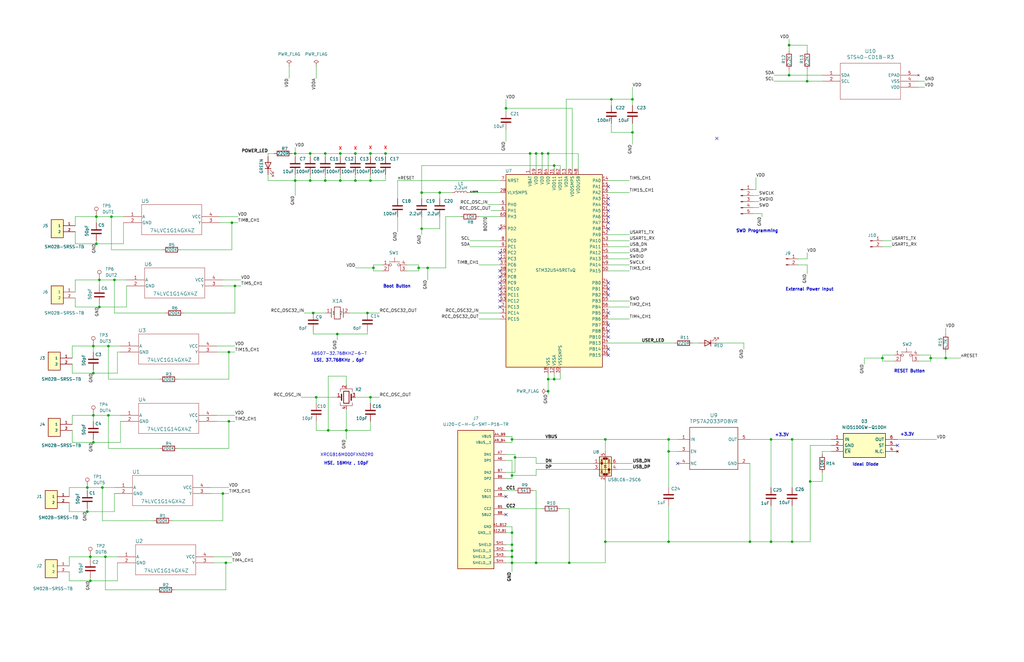
<source format=kicad_sch>
(kicad_sch (version 20231120) (generator "eeschema") (generator_version "8.0")
  (paper "B")
  (title_block (title "Measurement Board") (date "2025-04-12") (rev "V1") (company "Project Work @ Chair of Microsystems, TU Dresden") (comment 1 "This board is primarily used to measure six capacitance values & one Temperature IC") (comment 2 "Data is transfered to BLE board using USART3") (comment 3 "Optional : I2C, SPI, 2 Analog Input") (comment 4 "ADC Pins not Used"))
  (junction (at 96.52 148.59))
  (junction (at 143.51 76.2))
  (junction (at 281.94 190.5))
  (junction (at 281.94 185.42))
  (junction (at 138.43 181.61))
  (junction (at 255.27 185.42))
  (junction (at 124.46 64.77))
  (junction (at 156.21 76.2))
  (junction (at 226.06 237.49))
  (junction (at 332.74 19.05))
  (junction (at 213.36 45.72))
  (junction (at 124.46 76.2))
  (junction (at 156.21 64.77))
  (junction (at 41.91 129.54))
  (junction (at 44.45 234.95))
  (junction (at 215.9 234.95))
  (junction (at 97.79 93.98))
  (junction (at 45.72 175.26))
  (junction (at 96.52 177.8))
  (junction (at 281.94 228.6))
  (junction (at 217.17 193.04))
  (junction (at 162.56 64.77))
  (junction (at 45.72 146.05))
  (junction (at 325.12 185.42))
  (junction (at 215.9 229.87))
  (junction (at 93.98 208.28))
  (junction (at 40.64 91.44))
  (junction (at 177.8 81.28))
  (junction (at 231.14 165.1))
  (junction (at 316.23 228.6))
  (junction (at 398.78 151.13))
  (junction (at 233.68 160.02))
  (junction (at 332.74 31.75))
  (junction (at 223.52 64.77))
  (junction (at 99.06 120.65))
  (junction (at 325.12 228.6))
  (junction (at 132.08 132.08))
  (junction (at 334.01 228.6))
  (junction (at 266.7 41.91))
  (junction (at 39.37 175.26))
  (junction (at 340.36 34.29))
  (junction (at 36.83 205.74))
  (junction (at 38.1 234.95))
  (junction (at 215.9 224.79))
  (junction (at 46.99 91.44))
  (junction (at 215.9 237.49))
  (junction (at 341.63 203.2))
  (junction (at 130.81 76.2))
  (junction (at 48.26 118.11))
  (junction (at 266.7 55.88))
  (junction (at 215.9 200.66))
  (junction (at 180.34 113.03))
  (junction (at 39.37 186.69))
  (junction (at 228.6 64.77))
  (junction (at 215.9 185.42))
  (junction (at 130.81 64.77))
  (junction (at 39.37 146.05))
  (junction (at 240.03 237.49))
  (junction (at 133.35 167.64))
  (junction (at 146.05 181.61))
  (junction (at 41.91 118.11))
  (junction (at 176.53 113.03))
  (junction (at 36.83 215.9))
  (junction (at 257.81 41.91))
  (junction (at 38.1 245.11))
  (junction (at 156.21 167.64))
  (junction (at 372.11 151.13))
  (junction (at 334.01 185.42))
  (junction (at 157.48 113.03))
  (junction (at 95.25 237.49))
  (junction (at 137.16 64.77))
  (junction (at 40.64 102.87))
  (junction (at 185.42 81.28))
  (junction (at 154.94 132.08))
  (junction (at 143.51 64.77))
  (junction (at 39.37 157.48))
  (junction (at 392.43 151.13))
  (junction (at 215.9 232.41))
  (junction (at 233.68 69.85))
  (junction (at 149.86 64.77))
  (junction (at 142.24 140.97))
  (junction (at 137.16 76.2))
  (junction (at 231.14 160.02))
  (junction (at 149.86 76.2))
  (junction (at 255.27 228.6))
  (junction (at 231.14 64.77))
  (junction (at 226.06 64.77))
  (junction (at 177.8 96.52))
  (junction (at 43.18 205.74))
  (no_connect (at 213.36 217.17))
  (no_connect (at 210.82 129.54))
  (no_connect (at 256.54 147.32))
  (no_connect (at 256.54 78.74))
  (no_connect (at 256.54 139.7))
  (no_connect (at 285.75 195.58))
  (no_connect (at 210.82 96.52))
  (no_connect (at 302.26 58.42))
  (no_connect (at 210.82 116.84))
  (no_connect (at 256.54 132.08))
  (no_connect (at 256.54 121.92))
  (no_connect (at 256.54 96.52))
  (no_connect (at 256.54 88.9))
  (no_connect (at 210.82 124.46))
  (no_connect (at 256.54 142.24))
  (no_connect (at 256.54 86.36))
  (no_connect (at 256.54 83.82))
  (no_connect (at 210.82 119.38))
  (no_connect (at 213.36 209.55))
  (no_connect (at 210.82 114.3))
  (no_connect (at 210.82 109.22))
  (no_connect (at 256.54 137.16))
  (no_connect (at 256.54 119.38))
  (no_connect (at 256.54 93.98))
  (no_connect (at 256.54 91.44))
  (no_connect (at 378.46 187.96))
  (no_connect (at 256.54 149.86))
  (no_connect (at 210.82 106.68))
  (no_connect (at 256.54 124.46))
  (no_connect (at 210.82 121.92))
  (no_connect (at 210.82 127))
  (wire (pts (xy 332.74 29.21) (xy 332.74 31.75)))
  (wire (pts (xy 38.1 243.84) (xy 38.1 245.11)))
  (wire (pts (xy 281.94 190.5) (xy 281.94 185.42)))
  (wire (pts (xy 180.34 113.03) (xy 187.96 113.03)))
  (wire (pts (xy 213.36 184.15) (xy 215.9 184.15)))
  (wire (pts (xy 167.64 76.2) (xy 167.64 83.82)))
  (wire (pts (xy 256.54 114.3) (xy 265.43 114.3)))
  (wire (pts (xy 317.5 82.55) (xy 320.04 82.55)))
  (wire (pts (xy 256.54 106.68) (xy 265.43 106.68)))
  (wire (pts (xy 325.12 213.36) (xy 325.12 228.6)))
  (wire (pts (xy 231.14 160.02) (xy 233.68 160.02)))
  (wire (pts (xy 156.21 73.66) (xy 156.21 76.2)))
  (wire (pts (xy 215.9 232.41) (xy 215.9 234.95)))
  (wire (pts (xy 325.12 205.74) (xy 325.12 185.42)))
  (wire (pts (xy 215.9 200.66) (xy 215.9 201.93)))
  (wire (pts (xy 240.03 214.63) (xy 240.03 237.49)))
  (wire (pts (xy 233.68 160.02) (xy 233.68 157.48)))
  (wire (pts (xy 41.91 118.11) (xy 48.26 118.11)))
  (wire (pts (xy 317.5 90.17) (xy 321.31 90.17)))
  (wire (pts (xy 215.9 237.49) (xy 226.06 237.49)))
  (wire (pts (xy 96.52 177.8) (xy 99.06 177.8)))
  (wire (pts (xy 318.77 80.01) (xy 317.5 80.01)))
  (wire (pts (xy 257.81 44.45) (xy 257.81 41.91)))
  (wire (pts (xy 350.52 187.96) (xy 341.63 187.96)))
  (wire (pts (xy 213.36 194.31) (xy 215.9 194.31)))
  (wire (pts (xy 201.93 132.08) (xy 210.82 132.08)))
  (wire (pts (xy 29.21 234.95) (xy 29.21 238.76)))
  (wire (pts (xy 39.37 156.21) (xy 39.37 157.48)))
  (wire (pts (xy 39.37 177.8) (xy 39.37 175.26)))
  (wire (pts (xy 93.98 208.28) (xy 96.52 208.28)))
  (wire (pts (xy 215.9 237.49) (xy 213.36 237.49)))
  (wire (pts (xy 154.94 132.08) (xy 160.02 132.08)))
  (wire (pts (xy 133.35 27.94) (xy 133.35 33.02)))
  (wire (pts (xy 157.48 113.03) (xy 157.48 114.3)))
  (wire (pts (xy 130.81 76.2) (xy 137.16 76.2)))
  (wire (pts (xy 318.77 74.93) (xy 318.77 80.01)))
  (wire (pts (xy 97.79 234.95) (xy 90.17 234.95)))
  (wire (pts (xy 40.64 93.98) (xy 40.64 91.44)))
  (wire (pts (xy 341.63 203.2) (xy 346.71 203.2)))
  (wire (pts (xy 30.48 186.69) (xy 39.37 186.69)))
  (wire (pts (xy 95.25 237.49) (xy 90.17 237.49)))
  (wire (pts (xy 325.12 185.42) (xy 334.01 185.42)))
  (wire (pts (xy 29.21 212.09) (xy 29.21 215.9)))
  (wire (pts (xy 39.37 185.42) (xy 39.37 186.69)))
  (wire (pts (xy 95.25 248.92) (xy 95.25 237.49)))
  (wire (pts (xy 334.01 185.42) (xy 350.52 185.42)))
  (wire (pts (xy 281.94 213.36) (xy 281.94 228.6)))
  (wire (pts (xy 133.35 181.61) (xy 138.43 181.61)))
  (wire (pts (xy 255.27 190.5) (xy 255.27 185.42)))
  (wire (pts (xy 146.05 158.75) (xy 138.43 158.75)))
  (wire (pts (xy 149.86 64.77) (xy 149.86 66.04)))
  (wire (pts (xy 156.21 76.2) (xy 162.56 76.2)))
  (wire (pts (xy 52.07 102.87) (xy 52.07 93.98)))
  (wire (pts (xy 372.11 151.13) (xy 372.11 152.4)))
  (wire (pts (xy 149.86 113.03) (xy 157.48 113.03)))
  (wire (pts (xy 99.06 132.08) (xy 99.06 120.65)))
  (wire (pts (xy 316.23 195.58) (xy 316.23 228.6)))
  (wire (pts (xy 387.35 36.83) (xy 389.89 36.83)))
  (wire (pts (xy 133.35 167.64) (xy 133.35 170.18)))
  (wire (pts (xy 226.06 64.77) (xy 228.6 64.77)))
  (wire (pts (xy 46.99 91.44) (xy 46.99 105.41)))
  (wire (pts (xy 226.06 207.01) (xy 226.06 237.49)))
  (wire (pts (xy 334.01 228.6) (xy 341.63 228.6)))
  (wire (pts (xy 336.55 109.22) (xy 340.36 109.22)))
  (wire (pts (xy 99.06 120.65) (xy 101.6 120.65)))
  (wire (pts (xy 39.37 186.69) (xy 50.8 186.69)))
  (wire (pts (xy 30.48 175.26) (xy 39.37 175.26)))
  (wire (pts (xy 255.27 203.2) (xy 255.27 228.6)))
  (wire (pts (xy 177.8 81.28) (xy 185.42 81.28)))
  (wire (pts (xy 364.49 151.13) (xy 372.11 151.13)))
  (wire (pts (xy 215.9 237.49) (xy 215.9 241.3)))
  (wire (pts (xy 387.35 34.29) (xy 389.89 34.29)))
  (wire (pts (xy 43.18 205.74) (xy 48.26 205.74)))
  (wire (pts (xy 226.06 198.12) (xy 250.19 198.12)))
  (wire (pts (xy 113.03 73.66) (xy 113.03 76.2)))
  (wire (pts (xy 215.9 186.69) (xy 213.36 186.69)))
  (wire (pts (xy 180.34 118.11) (xy 180.34 113.03)))
  (wire (pts (xy 132.08 132.08) (xy 137.16 132.08)))
  (wire (pts (xy 121.92 27.94) (xy 121.92 33.02)))
  (wire (pts (xy 133.35 177.8) (xy 133.35 181.61)))
  (wire (pts (xy 30.48 179.07) (xy 30.48 175.26)))
  (wire (pts (xy 387.35 152.4) (xy 392.43 152.4)))
  (wire (pts (xy 185.42 81.28) (xy 190.5 81.28)))
  (wire (pts (xy 46.99 91.44) (xy 52.07 91.44)))
  (wire (pts (xy 260.35 195.58) (xy 266.7 195.58)))
  (wire (pts (xy 231.14 160.02) (xy 231.14 157.48)))
  (wire (pts (xy 398.78 151.13) (xy 405.13 151.13)))
  (wire (pts (xy 31.75 91.44) (xy 40.64 91.44)))
  (wire (pts (xy 53.34 129.54) (xy 53.34 120.65)))
  (wire (pts (xy 137.16 64.77) (xy 143.51 64.77)))
  (wire (pts (xy 392.43 149.86) (xy 392.43 151.13)))
  (wire (pts (xy 238.76 41.91) (xy 257.81 41.91)))
  (wire (pts (xy 124.46 64.77) (xy 130.81 64.77)))
  (wire (pts (xy 316.23 228.6) (xy 325.12 228.6)))
  (wire (pts (xy 93.98 219.71) (xy 93.98 208.28)))
  (wire (pts (xy 49.53 148.59) (xy 50.8 148.59)))
  (wire (pts (xy 97.79 93.98) (xy 100.33 93.98)))
  (wire (pts (xy 198.12 81.28) (xy 210.82 81.28)))
  (wire (pts (xy 340.36 29.21) (xy 340.36 34.29)))
  (wire (pts (xy 185.42 91.44) (xy 185.42 96.52)))
  (wire (pts (xy 341.63 187.96) (xy 341.63 203.2)))
  (wire (pts (xy 281.94 228.6) (xy 316.23 228.6)))
  (wire (pts (xy 149.86 167.64) (xy 156.21 167.64)))
  (wire (pts (xy 213.36 207.01) (xy 217.17 207.01)))
  (wire (pts (xy 45.72 175.26) (xy 45.72 189.23)))
  (wire (pts (xy 215.9 234.95) (xy 215.9 237.49)))
  (wire (pts (xy 255.27 185.42) (xy 215.9 185.42)))
  (wire (pts (xy 177.8 69.85) (xy 177.8 81.28)))
  (wire (pts (xy 372.11 149.86) (xy 372.11 151.13)))
  (wire (pts (xy 176.53 113.03) (xy 180.34 113.03)))
  (wire (pts (xy 124.46 76.2) (xy 130.81 76.2)))
  (wire (pts (xy 137.16 76.2) (xy 143.51 76.2)))
  (wire (pts (xy 99.06 175.26) (xy 91.44 175.26)))
  (wire (pts (xy 29.21 234.95) (xy 38.1 234.95)))
  (wire (pts (xy 187.96 91.44) (xy 187.96 113.03)))
  (wire (pts (xy 142.24 140.97) (xy 154.94 140.97)))
  (wire (pts (xy 41.91 129.54) (xy 53.34 129.54)))
  (wire (pts (xy 372.11 152.4) (xy 377.19 152.4)))
  (wire (pts (xy 213.36 45.72) (xy 213.36 46.99)))
  (wire (pts (xy 334.01 185.42) (xy 334.01 205.74)))
  (wire (pts (xy 113.03 64.77) (xy 113.03 66.04)))
  (wire (pts (xy 217.17 193.04) (xy 217.17 191.77)))
  (wire (pts (xy 147.32 132.08) (xy 154.94 132.08)))
  (wire (pts (xy 256.54 144.78) (xy 284.48 144.78)))
  (wire (pts (xy 124.46 62.23) (xy 124.46 64.77)))
  (wire (pts (xy 236.22 160.02) (xy 233.68 160.02)))
  (wire (pts (xy 321.31 90.17) (xy 321.31 91.44)))
  (wire (pts (xy 130.81 64.77) (xy 137.16 64.77)))
  (wire (pts (xy 149.86 76.2) (xy 156.21 76.2)))
  (wire (pts (xy 226.06 193.04) (xy 226.06 195.58)))
  (wire (pts (xy 143.51 76.2) (xy 149.86 76.2)))
  (wire (pts (xy 340.36 19.05) (xy 340.36 21.59)))
  (wire (pts (xy 132.08 139.7) (xy 132.08 140.97)))
  (wire (pts (xy 201.93 134.62) (xy 210.82 134.62)))
  (wire (pts (xy 241.3 45.72) (xy 241.3 71.12)))
  (wire (pts (xy 205.74 86.36) (xy 210.82 86.36)))
  (wire (pts (xy 231.14 64.77) (xy 243.84 64.77)))
  (wire (pts (xy 161.29 111.76) (xy 157.48 111.76)))
  (wire (pts (xy 256.54 99.06) (xy 265.43 99.06)))
  (wire (pts (xy 48.26 215.9) (xy 48.26 208.28)))
  (wire (pts (xy 215.9 222.25) (xy 215.9 224.79)))
  (wire (pts (xy 31.75 95.25) (xy 31.75 91.44)))
  (wire (pts (xy 154.94 139.7) (xy 154.94 140.97)))
  (wire (pts (xy 213.36 191.77) (xy 217.17 191.77)))
  (wire (pts (xy 31.75 102.87) (xy 40.64 102.87)))
  (wire (pts (xy 238.76 41.91) (xy 238.76 71.12)))
  (wire (pts (xy 226.06 200.66) (xy 226.06 198.12)))
  (wire (pts (xy 176.53 113.03) (xy 176.53 114.3)))
  (wire (pts (xy 100.33 91.44) (xy 92.71 91.44)))
  (wire (pts (xy 45.72 175.26) (xy 50.8 175.26)))
  (wire (pts (xy 99.06 120.65) (xy 93.98 120.65)))
  (wire (pts (xy 256.54 134.62) (xy 265.43 134.62)))
  (wire (pts (xy 256.54 127) (xy 265.43 127)))
  (wire (pts (xy 255.27 185.42) (xy 281.94 185.42)))
  (wire (pts (xy 231.14 165.1) (xy 231.14 160.02)))
  (wire (pts (xy 378.46 185.42) (xy 394.97 185.42)))
  (wire (pts (xy 38.1 236.22) (xy 38.1 234.95)))
  (wire (pts (xy 177.8 81.28) (xy 177.8 83.82)))
  (wire (pts (xy 226.06 64.77) (xy 226.06 71.12)))
  (wire (pts (xy 217.17 193.04) (xy 226.06 193.04)))
  (wire (pts (xy 256.54 81.28) (xy 265.43 81.28)))
  (wire (pts (xy 340.36 34.29) (xy 346.71 34.29)))
  (wire (pts (xy 45.72 146.05) (xy 50.8 146.05)))
  (wire (pts (xy 99.06 146.05) (xy 91.44 146.05)))
  (wire (pts (xy 256.54 76.2) (xy 265.43 76.2)))
  (wire (pts (xy 95.25 237.49) (xy 97.79 237.49)))
  (wire (pts (xy 31.75 129.54) (xy 41.91 129.54)))
  (wire (pts (xy 215.9 229.87) (xy 215.9 232.41)))
  (wire (pts (xy 74.93 189.23) (xy 96.52 189.23)))
  (wire (pts (xy 346.71 203.2) (xy 346.71 199.39)))
  (wire (pts (xy 146.05 162.56) (xy 146.05 158.75)))
  (wire (pts (xy 215.9 224.79) (xy 213.36 224.79)))
  (wire (pts (xy 156.21 167.64) (xy 160.02 167.64)))
  (wire (pts (xy 77.47 132.08) (xy 99.06 132.08)))
  (wire (pts (xy 41.91 128.27) (xy 41.91 129.54)))
  (wire (pts (xy 217.17 199.39) (xy 217.17 193.04)))
  (wire (pts (xy 233.68 71.12) (xy 233.68 69.85)))
  (wire (pts (xy 257.81 55.88) (xy 266.7 55.88)))
  (wire (pts (xy 326.39 31.75) (xy 332.74 31.75)))
  (wire (pts (xy 96.52 148.59) (xy 91.44 148.59)))
  (wire (pts (xy 266.7 55.88) (xy 266.7 52.07)))
  (wire (pts (xy 30.48 151.13) (xy 30.48 146.05)))
  (wire (pts (xy 332.74 21.59) (xy 332.74 19.05)))
  (wire (pts (xy 29.21 245.11) (xy 38.1 245.11)))
  (wire (pts (xy 198.12 104.14) (xy 210.82 104.14)))
  (wire (pts (xy 236.22 69.85) (xy 236.22 71.12)))
  (wire (pts (xy 146.05 172.72) (xy 146.05 181.61)))
  (wire (pts (xy 96.52 160.02) (xy 96.52 148.59)))
  (wire (pts (xy 36.83 205.74) (xy 36.83 207.01)))
  (wire (pts (xy 40.64 91.44) (xy 46.99 91.44)))
  (wire (pts (xy 138.43 158.75) (xy 138.43 181.61)))
  (wire (pts (xy 149.86 64.77) (xy 156.21 64.77)))
  (wire (pts (xy 142.24 143.51) (xy 142.24 140.97)))
  (wire (pts (xy 96.52 189.23) (xy 96.52 177.8)))
  (wire (pts (xy 336.55 111.76) (xy 340.36 111.76)))
  (wire (pts (xy 243.84 71.12) (xy 243.84 64.77)))
  (wire (pts (xy 350.52 190.5) (xy 346.71 190.5)))
  (wire (pts (xy 228.6 64.77) (xy 228.6 71.12)))
  (wire (pts (xy 256.54 104.14) (xy 265.43 104.14)))
  (wire (pts (xy 215.9 184.15) (xy 215.9 185.42)))
  (wire (pts (xy 29.21 241.3) (xy 29.21 245.11)))
  (wire (pts (xy 340.36 106.68) (xy 340.36 109.22)))
  (wire (pts (xy 171.45 111.76) (xy 176.53 111.76)))
  (wire (pts (xy 156.21 64.77) (xy 156.21 66.04)))
  (wire (pts (xy 157.48 111.76) (xy 157.48 113.03)))
  (wire (pts (xy 372.11 104.14) (xy 375.92 104.14)))
  (wire (pts (xy 256.54 129.54) (xy 265.43 129.54)))
  (wire (pts (xy 326.39 34.29) (xy 340.36 34.29)))
  (wire (pts (xy 130.81 73.66) (xy 130.81 76.2)))
  (wire (pts (xy 49.53 245.11) (xy 49.53 237.49)))
  (wire (pts (xy 133.35 167.64) (xy 142.24 167.64)))
  (wire (pts (xy 224.79 207.01) (xy 226.06 207.01)))
  (wire (pts (xy 260.35 198.12) (xy 266.7 198.12)))
  (wire (pts (xy 313.69 144.78) (xy 313.69 147.32)))
  (wire (pts (xy 156.21 167.64) (xy 156.21 170.18)))
  (wire (pts (xy 236.22 157.48) (xy 236.22 160.02)))
  (wire (pts (xy 332.74 31.75) (xy 346.71 31.75)))
  (wire (pts (xy 45.72 160.02) (xy 67.31 160.02)))
  (wire (pts (xy 93.98 208.28) (xy 88.9 208.28)))
  (wire (pts (xy 213.36 41.91) (xy 213.36 45.72)))
  (wire (pts (xy 213.36 214.63) (xy 228.6 214.63)))
  (wire (pts (xy 372.11 101.6) (xy 375.92 101.6)))
  (wire (pts (xy 266.7 55.88) (xy 266.7 60.96)))
  (wire (pts (xy 167.64 76.2) (xy 210.82 76.2)))
  (wire (pts (xy 201.93 91.44) (xy 210.82 91.44)))
  (wire (pts (xy 392.43 151.13) (xy 398.78 151.13)))
  (wire (pts (xy 156.21 64.77) (xy 162.56 64.77)))
  (wire (pts (xy 213.36 222.25) (xy 215.9 222.25)))
  (wire (pts (xy 256.54 111.76) (xy 265.43 111.76)))
  (wire (pts (xy 30.48 146.05) (xy 39.37 146.05)))
  (wire (pts (xy 43.18 205.74) (xy 43.18 219.71)))
  (wire (pts (xy 45.72 189.23) (xy 67.31 189.23)))
  (wire (pts (xy 387.35 149.86) (xy 392.43 149.86)))
  (wire (pts (xy 128.27 132.08) (xy 132.08 132.08)))
  (wire (pts (xy 96.52 205.74) (xy 88.9 205.74)))
  (wire (pts (xy 157.48 114.3) (xy 161.29 114.3)))
  (wire (pts (xy 346.71 190.5) (xy 346.71 191.77)))
  (wire (pts (xy 167.64 91.44) (xy 167.64 97.79)))
  (wire (pts (xy 162.56 73.66) (xy 162.56 76.2)))
  (wire (pts (xy 364.49 151.13) (xy 364.49 153.67)))
  (wire (pts (xy 257.81 41.91) (xy 266.7 41.91)))
  (wire (pts (xy 226.06 237.49) (xy 240.03 237.49)))
  (wire (pts (xy 41.91 120.65) (xy 41.91 118.11)))
  (wire (pts (xy 137.16 76.2) (xy 137.16 73.66)))
  (wire (pts (xy 281.94 205.74) (xy 281.94 190.5)))
  (wire (pts (xy 213.36 54.61) (xy 213.36 59.69)))
  (wire (pts (xy 44.45 234.95) (xy 44.45 248.92)))
  (wire (pts (xy 74.93 160.02) (xy 96.52 160.02)))
  (wire (pts (xy 317.5 85.09) (xy 320.04 85.09)))
  (wire (pts (xy 31.75 118.11) (xy 31.75 123.19)))
  (wire (pts (xy 30.48 153.67) (xy 30.48 157.48)))
  (wire (pts (xy 124.46 73.66) (xy 124.46 76.2)))
  (wire (pts (xy 40.64 101.6) (xy 40.64 102.87)))
  (wire (pts (xy 132.08 140.97) (xy 142.24 140.97)))
  (wire (pts (xy 198.12 101.6) (xy 210.82 101.6)))
  (wire (pts (xy 31.75 125.73) (xy 31.75 129.54)))
  (wire (pts (xy 30.48 157.48) (xy 39.37 157.48)))
  (wire (pts (xy 187.96 91.44) (xy 194.31 91.44)))
  (wire (pts (xy 294.64 144.78) (xy 292.1 144.78)))
  (wire (pts (xy 340.36 111.76) (xy 340.36 115.57)))
  (wire (pts (xy 50.8 186.69) (xy 50.8 177.8)))
  (wire (pts (xy 185.42 81.28) (xy 185.42 83.82)))
  (wire (pts (xy 228.6 64.77) (xy 231.14 64.77)))
  (wire (pts (xy 138.43 181.61) (xy 146.05 181.61)))
  (wire (pts (xy 143.51 64.77) (xy 149.86 64.77)))
  (wire (pts (xy 36.83 215.9) (xy 48.26 215.9)))
  (wire (pts (xy 124.46 64.77) (xy 124.46 66.04)))
  (wire (pts (xy 215.9 194.31) (xy 215.9 200.66)))
  (wire (pts (xy 127 167.64) (xy 133.35 167.64)))
  (wire (pts (xy 123.19 64.77) (xy 124.46 64.77)))
  (wire (pts (xy 231.14 166.37) (xy 231.14 165.1)))
  (wire (pts (xy 213.36 232.41) (xy 215.9 232.41)))
  (wire (pts (xy 256.54 101.6) (xy 265.43 101.6)))
  (wire (pts (xy 207.01 88.9) (xy 210.82 88.9)))
  (wire (pts (xy 176.53 111.76) (xy 176.53 113.03)))
  (wire (pts (xy 332.74 16.51) (xy 332.74 19.05)))
  (wire (pts (xy 156.21 181.61) (xy 146.05 181.61)))
  (wire (pts (xy 72.39 219.71) (xy 93.98 219.71)))
  (wire (pts (xy 281.94 185.42) (xy 285.75 185.42)))
  (wire (pts (xy 44.45 248.92) (xy 66.04 248.92)))
  (wire (pts (xy 143.51 64.77) (xy 143.51 66.04)))
  (wire (pts (xy 36.83 205.74) (xy 43.18 205.74)))
  (wire (pts (xy 215.9 185.42) (xy 215.9 186.69)))
  (wire (pts (xy 39.37 157.48) (xy 49.53 157.48)))
  (wire (pts (xy 325.12 228.6) (xy 334.01 228.6)))
  (wire (pts (xy 124.46 76.2) (xy 124.46 82.55)))
  (wire (pts (xy 316.23 185.42) (xy 325.12 185.42)))
  (wire (pts (xy 39.37 146.05) (xy 45.72 146.05)))
  (wire (pts (xy 177.8 69.85) (xy 233.68 69.85)))
  (wire (pts (xy 255.27 237.49) (xy 240.03 237.49)))
  (wire (pts (xy 48.26 118.11) (xy 48.26 132.08)))
  (wire (pts (xy 39.37 175.26) (xy 45.72 175.26)))
  (wire (pts (xy 39.37 148.59) (xy 39.37 146.05)))
  (wire (pts (xy 392.43 151.13) (xy 392.43 152.4)))
  (wire (pts (xy 377.19 149.86) (xy 372.11 149.86)))
  (wire (pts (xy 31.75 97.79) (xy 31.75 102.87)))
  (wire (pts (xy 398.78 148.59) (xy 398.78 151.13)))
  (wire (pts (xy 256.54 109.22) (xy 265.43 109.22)))
  (wire (pts (xy 137.16 64.77) (xy 137.16 66.04)))
  (wire (pts (xy 30.48 181.61) (xy 30.48 186.69)))
  (wire (pts (xy 255.27 228.6) (xy 255.27 237.49)))
  (wire (pts (xy 46.99 105.41) (xy 68.58 105.41)))
  (wire (pts (xy 177.8 96.52) (xy 185.42 96.52)))
  (wire (pts (xy 45.72 146.05) (xy 45.72 160.02)))
  (wire (pts (xy 44.45 234.95) (xy 49.53 234.95)))
  (wire (pts (xy 29.21 205.74) (xy 36.83 205.74)))
  (wire (pts (xy 317.5 87.63) (xy 320.04 87.63)))
  (wire (pts (xy 73.66 248.92) (xy 95.25 248.92)))
  (wire (pts (xy 213.36 45.72) (xy 241.3 45.72)))
  (wire (pts (xy 76.2 105.41) (xy 97.79 105.41)))
  (wire (pts (xy 313.69 144.78) (xy 302.26 144.78)))
  (wire (pts (xy 96.52 148.59) (xy 99.06 148.59)))
  (wire (pts (xy 48.26 118.11) (xy 53.34 118.11)))
  (wire (pts (xy 281.94 190.5) (xy 285.75 190.5)))
  (wire (pts (xy 36.83 214.63) (xy 36.83 215.9)))
  (wire (pts (xy 215.9 201.93) (xy 213.36 201.93)))
  (wire (pts (xy 149.86 73.66) (xy 149.86 76.2)))
  (wire (pts (xy 226.06 64.77) (xy 223.52 64.77)))
  (wire (pts (xy 29.21 215.9) (xy 36.83 215.9)))
  (wire (pts (xy 213.36 229.87) (xy 215.9 229.87)))
  (wire (pts (xy 231.14 71.12) (xy 231.14 64.77)))
  (wire (pts (xy 48.26 132.08) (xy 69.85 132.08)))
  (wire (pts (xy 177.8 91.44) (xy 177.8 96.52)))
  (wire (pts (xy 213.36 199.39) (xy 217.17 199.39)))
  (wire (pts (xy 162.56 64.77) (xy 223.52 64.77)))
  (wire (pts (xy 162.56 64.77) (xy 162.56 66.04)))
  (wire (pts (xy 40.64 102.87) (xy 52.07 102.87)))
  (wire (pts (xy 226.06 195.58) (xy 250.19 195.58)))
  (wire (pts (xy 101.6 118.11) (xy 93.98 118.11)))
  (wire (pts (xy 177.8 96.52) (xy 177.8 99.06)))
  (wire (pts (xy 236.22 69.85) (xy 233.68 69.85)))
  (wire (pts (xy 29.21 205.74) (xy 29.21 209.55)))
  (wire (pts (xy 49.53 157.48) (xy 49.53 148.59)))
  (wire (pts (xy 201.93 111.76) (xy 210.82 111.76)))
  (wire (pts (xy 31.75 118.11) (xy 41.91 118.11)))
  (wire (pts (xy 176.53 114.3) (xy 171.45 114.3)))
  (wire (pts (xy 266.7 36.83) (xy 266.7 41.91)))
  (wire (pts (xy 97.79 105.41) (xy 97.79 93.98)))
  (wire (pts (xy 113.03 76.2) (xy 124.46 76.2)))
  (wire (pts (xy 215.9 200.66) (xy 226.06 200.66)))
  (wire (pts (xy 257.81 52.07) (xy 257.81 55.88)))
  (wire (pts (xy 113.03 64.77) (xy 115.57 64.77)))
  (wire (pts (xy 143.51 73.66) (xy 143.51 76.2)))
  (wire (pts (xy 334.01 213.36) (xy 334.01 228.6)))
  (wire (pts (xy 38.1 234.95) (xy 44.45 234.95)))
  (wire (pts (xy 266.7 41.91) (xy 266.7 44.45)))
  (wire (pts (xy 236.22 214.63) (xy 240.03 214.63)))
  (wire (pts (xy 341.63 203.2) (xy 341.63 228.6)))
  (wire (pts (xy 215.9 224.79) (xy 215.9 229.87)))
  (wire (pts (xy 130.81 66.04) (xy 130.81 64.77)))
  (wire (pts (xy 213.36 234.95) (xy 215.9 234.95)))
  (wire (pts (xy 332.74 19.05) (xy 340.36 19.05)))
  (wire (pts (xy 146.05 181.61) (xy 146.05 185.42)))
  (wire (pts (xy 38.1 245.11) (xy 49.53 245.11)))
  (wire (pts (xy 255.27 228.6) (xy 281.94 228.6)))
  (wire (pts (xy 97.79 93.98) (xy 92.71 93.98)))
  (wire (pts (xy 223.52 64.77) (xy 223.52 71.12)))
  (wire (pts (xy 398.78 138.43) (xy 398.78 140.97)))
  (wire (pts (xy 156.21 177.8) (xy 156.21 181.61)))
  (wire (pts (xy 43.18 219.71) (xy 64.77 219.71)))
  (wire (pts (xy 96.52 177.8) (xy 91.44 177.8)))
  (text "X" (at 162.56 62.484 0) (effects (font (size 1.27 1.27) (thickness 0.254) (bold yes))))
  (text "X" (at 156.21 62.484 0) (effects (font (size 1.27 1.27) (thickness 0.254) (bold yes))))
  (text "HSE, 16MHz , 10pF\n\n" (at 146.05 196.596 0) (effects (font (size 1.27 1.27) (thickness 0.254) (bold yes))))
  (text "External Power Input\n" (at 341.376 122.174 0) (effects (font (size 1.27 1.27) (thickness 0.254) (bold yes))))
  (text "SWD Programming\n" (at 319.278 97.536 0) (effects (font (size 1.27 1.27) (thickness 0.254) (bold yes))))
  (text "+3.3V\n" (at 329.692 183.642 0) (effects (font (size 1.27 1.27) (thickness 0.254) (bold yes))))
  (text "X" (at 149.86 62.738 0) (effects (font (size 1.27 1.27) (thickness 0.254) (bold yes))))
  (text "Ideal Diode\n" (at 364.998 196.088 0) (effects (font (size 1.27 1.27) (thickness 0.254) (bold yes))))
  (text "+3.3V\n" (at 382.524 183.388 0) (effects (font (size 1.27 1.27) (thickness 0.254) (bold yes))))
  (text "LSE, 37.768KHz , 6pF\n\n" (at 143.002 153.162 0) (effects (font (size 1.27 1.27) (thickness 0.254) (bold yes))))
  (text "X" (at 143.51 62.738 0) (effects (font (size 1.27 1.27) (thickness 0.254) (bold yes))))
  (text "XRCGB16M000FXN02R0" (at 146.304 192.024 0) (effects (font (size 1.27 1.27))))
  (text "Boot Button" (at 167.386 120.904 0) (effects (font (size 1.27 1.27) (thickness 0.254) (bold yes))))
  (text "RESET Button" (at 383.54 156.718 0) (effects (font (size 1.27 1.27) (thickness 0.254) (bold yes))))
  (text "ABS07-32.768KHZ-6-T" (at 143.002 149.352 0) (effects (font (size 1.27 1.27))))
  (label "GND" (at 40.64 102.87 270))
  (label "RCC_OSC_IN" (at 205.74 86.36 180))
  (label "RCC_OSC32_OUT" (at 160.02 132.08 0))
  (label "SWDIO" (at 320.04 85.09 0))
  (label "TIM8_CH1" (at 100.33 93.98 0))
  (label "TIM4_CH1" (at 97.79 237.49 0))
  (label "GND" (at 146.05 185.42 270))
  (label "USER_LED" (at 270.51 144.78 0) (effects (font (thickness 0.254) (bold yes))))
  (label "GND" (at 180.34 118.11 270))
  (label "GND" (at 39.37 157.48 270))
  (label "VDDA" (at 133.35 33.02 270))
  (label "SCL" (at 326.39 34.29 180))
  (label "RCC_OSC_IN" (at 127 167.64 180))
  (label "SWO" (at 320.04 87.63 0))
  (label "TIM3_CH1" (at 96.52 208.28 0))
  (label "TIM2_CH1" (at 99.06 177.8 0))
  (label "SWCLK" (at 265.43 111.76 0))
  (label "TIM8_CH1" (at 201.93 111.76 180))
  (label "GND" (at 36.83 215.9 270))
  (label "GND" (at 142.24 143.51 270))
  (label "GND" (at 39.37 186.69 270))
  (label "VDD" (at 266.7 36.83 0))
  (label "VDD" (at 101.6 118.11 0))
  (label "DN" (at 229.87 195.58 0) (effects (font (thickness 0.254) (bold yes))))
  (label "GND" (at 124.46 82.55 270))
  (label "VDD" (at 100.33 91.44 0))
  (label "TIM5_CH1" (at 265.43 76.2 0))
  (label "CC1" (at 213.36 207.01 0) (effects (font (thickness 0.254) (bold yes))))
  (label "USART1_TX" (at 375.92 101.6 0))
  (label "SCL" (at 198.12 101.6 180))
  (label "GND" (at 177.8 99.06 270))
  (label "TIM5_CH1" (at 101.6 120.65 0))
  (label "RCC_OSC32_OUT" (at 201.93 134.62 180))
  (label "GND" (at 38.1 245.11 270))
  (label "GND" (at 340.36 115.57 270))
  (label "VDD" (at 97.79 234.95 0))
  (label "VDD" (at 398.78 138.43 0))
  (label "TIM2_CH1" (at 265.43 129.54 0))
  (label "USB_DP" (at 265.43 106.68 0))
  (label "USB_DP" (at 266.7 198.12 0) (effects (font (thickness 0.254) (bold yes))))
  (label "GND" (at 313.69 147.32 270))
  (label "VDD" (at 389.89 36.83 0))
  (label "USART1_RX" (at 265.43 101.6 0))
  (label "GND" (at 213.36 59.69 270))
  (label "nRESET" (at 167.64 76.2 0))
  (label "BOOT0" (at 205.74 91.44 270))
  (label "RCC_OSC_OUT" (at 207.01 88.9 180))
  (label "VDD" (at 213.36 41.91 0))
  (label "VDD" (at 96.52 205.74 0))
  (label "GND" (at 364.49 153.67 270))
  (label "GND" (at 41.91 129.54 270))
  (label "SDA" (at 198.12 104.14 180))
  (label "USB_DN" (at 266.7 195.58 0) (effects (font (thickness 0.254) (bold yes))))
  (label "SWO" (at 265.43 127 0))
  (label "RCC_OSC32_IN" (at 201.93 132.08 180))
  (label "GND" (at 167.64 97.79 270))
  (label "VDD" (at 394.97 185.42 0))
  (label "DP" (at 229.87 198.12 0) (effects (font (thickness 0.254) (bold yes))))
  (label "SWDIO" (at 265.43 109.22 0))
  (label "TIM3_CH1" (at 265.43 114.3 0))
  (label "CC2" (at 213.36 214.63 0) (effects (font (thickness 0.254) (bold yes))))
  (label "VDD" (at 340.36 106.68 0))
  (label "RCC_OSC32_IN" (at 128.27 132.08 180))
  (label "VDD" (at 149.86 113.03 180))
  (label "VDD" (at 99.06 175.26 0))
  (label "GND" (at 215.9 241.3 270) (effects (font (thickness 0.254) (bold yes))))
  (label "VDD" (at 121.92 33.02 270))
  (label "USART1_RX" (at 375.92 104.14 0))
  (label "nRESET" (at 405.13 151.13 0))
  (label "TIM15_CH1" (at 99.06 148.59 0))
  (label "GND" (at 321.31 91.44 270))
  (label "RCC_OSC_OUT" (at 160.02 167.64 0))
  (label "TIM4_CH1" (at 265.43 134.62 0))
  (label "VDD" (at 99.06 146.05 0))
  (label "GND" (at 389.89 34.29 0))
  (label "VDD" (at 318.77 74.93 0))
  (label "GND" (at 231.14 166.37 270))
  (label "TIM15_CH1" (at 265.43 81.28 0))
  (label "SWCLK" (at 320.04 82.55 0))
  (label "VLXSMPS" (at 198.12 81.28 0) (effects (font (size 0.508 0.508))))
  (label "POWER_LED" (at 113.03 64.77 180) (effects (font (thickness 0.254) (bold yes))))
  (label "USB_DN" (at 265.43 104.14 0))
  (label "VDD" (at 332.74 16.51 180))
  (label "VDD" (at 124.46 62.23 0))
  (label "GND" (at 266.7 60.96 270))
  (label "VBUS" (at 229.87 185.42 0) (effects (font (thickness 0.254) (bold yes))))
  (label "USART1_TX" (at 265.43 99.06 0))
  (label "SDA" (at 326.39 31.75 180))
  (symbol (lib_id "Device:R") (at 68.58 219.71 90) (unit 1)
    (property "Reference" "R1" (at 68.58 217.678 90))
    (property "Value" "200K" (at 68.326 219.71 90))
    (property "Footprint" "Resistor_SMD:R_0603_1608Metric" (effects (hide yes)))
    (property "Description" "Resistor" (effects (hide yes)))
  )
  (symbol (lib_id "Device:R") (at 288.29 144.78 270) (unit 1)
    (property "Reference" "R11" (at 286.766 142.494 90) (effects (justify left)))
    (property "Value" "220R" (at 285.75 144.78 90) (effects (justify left)))
    (property "Footprint" "Resistor_SMD:R_0603_1608Metric" (effects (hide yes)))
    (property "Description" "Resistor" (effects (hide yes)))
  )
  (symbol (lib_id "Device:R") (at 119.38 64.77 90) (unit 1)
    (property "Reference" "R7" (at 121.412 62.738 90) (effects (justify left)))
    (property "Value" "220R" (at 121.92 64.77 90) (effects (justify left)))
    (property "Footprint" "Resistor_SMD:R_0603_1608Metric" (effects (hide yes)))
    (property "Description" "Resistor" (effects (hide yes)))
  )
  (symbol (lib_id "Device:C") (at 137.16 69.85 0) (unit 1)
    (property "Reference" "C11" (at 138.938 67.056 0) (effects (justify left)))
    (property "Value" "100nF" (at 131.064 72.39 0) (effects (justify left)))
    (property "Footprint" "Capacitor_SMD:C_0603_1608Metric" (effects (hide yes)))
    (property "Description" "Unpolarized capacitor" (effects (hide yes)))
  )
  (symbol (lib_id "Power_Protection:USBLC6-2SC6") (at 255.27 195.58 0) (unit 1)
    (property "Reference" "U8" (at 249.936 190.754 0) (effects (justify left)))
    (property "Value" "USBLC6-2SC6" (at 256.286 202.438 0) (effects (justify left)))
    (property "Footprint" "Package_TO_SOT_SMD:SOT-23-6" (effects (hide yes)))
    (property "Datasheet" "https://www.st.com/resource/en/datasheet/usblc6-2.pdf" (effects (hide yes)))
    (property "Description" "Very low capacitance ESD protection diode, 2 data-line, SOT-23-6" (effects (hide yes)))
  )
  (symbol (lib_id "Connector:Conn_01x02_Pin") (at 367.03 101.6 0) (unit 1)
    (property "Reference" "J10" (at 367.792 99.314 0))
    (property "Value" "Conn_01x02_Pin" (effects (hide yes)))
    (property "Footprint" "Connector_PinHeader_2.54mm:PinHeader_1x02_P2.54mm_Vertical" (effects (hide yes)))
    (property "Description" "Generic connector, single row, 01x02, script generated" (effects (hide yes)))
  )
  (symbol (lib_id "Device:R") (at 346.71 195.58 0) (unit 1)
    (property "Reference" "R14" (at 348.234 195.58 0) (effects (justify left)))
    (property "Value" "10K" (at 346.71 197.612 90) (effects (justify left)))
    (property "Footprint" "Resistor_SMD:R_0603_1608Metric" (effects (hide yes)))
    (property "Description" "Resistor" (effects (hide yes)))
  )
  (symbol (lib_id "Connector:TestPoint") (at 39.37 175.26 0) (unit 1)
    (property "Reference" "TP4" (at 41.91 170.6879 0) (effects (justify left)))
    (property "Value" "DUT4" (at 41.91 173.2279 0) (effects (justify left)))
    (property "Footprint" "TestPoint:TestPoint_Pad_1.0x1.0mm" (effects (hide yes)))
    (property "Description" "test point" (effects (hide yes)))
  )
  (symbol (lib_id "Device:R") (at 71.12 189.23 90) (unit 1)
    (property "Reference" "R4" (at 71.12 187.198 90))
    (property "Value" "200K" (at 71.12 189.23 90))
    (property "Footprint" "Resistor_SMD:R_0603_1608Metric" (effects (hide yes)))
    (property "Description" "Resistor" (effects (hide yes)))
  )
  (symbol (lib_id "power:PWR_FLAG") (at 133.35 27.94 0) (unit 1)
    (property "Reference" "#FLG02" (effects (hide yes)))
    (property "Value" "PWR_FLAG" (at 133.35 22.86 0))
    (property "Description" "Special symbol for telling ERC where power comes from" (effects (hide yes)))
  )
  (symbol (lib_id "Project_Work:74LVC1G14GX4Z") (at 52.07 91.44 0) (unit 1)
    (property "Reference" "U5" (at 61.214 84.836 0) (effects (font (size 1.524 1.524))))
    (property "Value" "74LVC1G14GX4Z" (at 72.644 97.282 0) (effects (font (size 1.524 1.524))))
    (property "Footprint" "Project_Work:X2SON4XP6XP6_NEX" (effects (hide yes)))
    (property "Datasheet" "74LVC1G14GX4Z" (effects (hide yes)))
  )
  (symbol (lib_id "Device:C") (at 124.46 69.85 0) (unit 1)
    (property "Reference" "C7" (at 126.238 67.056 0) (effects (justify left)))
    (property "Value" "10uF" (at 119.126 72.39 0) (effects (justify left)))
    (property "Footprint" "Capacitor_SMD:C_0603_1608Metric" (effects (hide yes)))
    (property "Description" "Unpolarized capacitor" (effects (hide yes)))
  )
  (symbol (lib_id "Device:R") (at 220.98 207.01 90) (unit 1)
    (property "Reference" "R9" (at 221.234 204.724 90))
    (property "Value" "5k1" (at 221.234 207.01 90))
    (property "Footprint" "Resistor_SMD:R_0603_1608Metric" (effects (hide yes)))
    (property "Description" "Resistor" (effects (hide yes)))
  )
  (symbol (lib_id "Device:C") (at 41.91 124.46 0) (unit 1)
    (property "Reference" "C6" (at 42.672 121.666 0) (effects (justify left)))
    (property "Value" "50pF" (at 37.846 126.492 90) (effects (justify left)))
    (property "Footprint" "Capacitor_SMD:C_0603_1608Metric" (effects (hide yes)))
    (property "Description" "Unpolarized capacitor" (effects (hide yes)))
  )
  (symbol (lib_id "Device:R") (at 73.66 132.08 90) (unit 1)
    (property "Reference" "R6" (at 73.66 130.048 90))
    (property "Value" "200K" (at 73.66 132.08 90))
    (property "Footprint" "Resistor_SMD:R_0603_1608Metric" (effects (hide yes)))
    (property "Description" "Resistor" (effects (hide yes)))
  )
  (symbol (lib_id "Device:C") (at 156.21 69.85 0) (unit 1)
    (property "Reference" "C15" (at 157.988 67.056 0) (effects (justify left)))
    (property "Value" "100nF" (at 150.114 72.39 0) (effects (justify left)))
    (property "Footprint" "Capacitor_SMD:C_0603_1608Metric" (effects (hide yes)))
    (property "Description" "Unpolarized capacitor" (effects (hide yes)))
  )
  (symbol (lib_id "Device:R") (at 198.12 91.44 90) (unit 1)
    (property "Reference" "R8" (at 198.374 93.726 90))
    (property "Value" "10K" (at 198.374 91.44 90))
    (property "Footprint" "Resistor_SMD:R_0603_1608Metric" (effects (hide yes)))
    (property "Description" "Resistor" (effects (hide yes)))
  )
  (symbol (lib_id "Connector:TestPoint") (at 41.91 118.11 0) (unit 1)
    (property "Reference" "TP6" (at 44.45 113.5379 0) (effects (justify left)))
    (property "Value" "DUT2" (at 44.45 116.0779 0) (effects (justify left)))
    (property "Footprint" "TestPoint:TestPoint_Pad_1.0x1.0mm" (effects (hide yes)))
    (property "Description" "test point" (effects (hide yes)))
  )
  (symbol (lib_id "Connector:TestPoint") (at 38.1 234.95 0) (unit 1)
    (property "Reference" "TP2" (at 40.64 230.3779 0) (effects (justify left)))
    (property "Value" "DUT6" (at 40.132 232.918 0) (effects (justify left)))
    (property "Footprint" "TestPoint:TestPoint_Pad_1.0x1.0mm" (effects (hide yes)))
    (property "Description" "test point" (effects (hide yes)))
  )
  (symbol (lib_id "Connector:TestPoint") (at 39.37 146.05 0) (unit 1)
    (property "Reference" "TP3" (at 41.91 141.4779 0) (effects (justify left)))
    (property "Value" "DUT3" (at 41.91 144.0179 0) (effects (justify left)))
    (property "Footprint" "TestPoint:TestPoint_Pad_1.0x1.0mm" (effects (hide yes)))
    (property "Description" "test point" (effects (hide yes)))
  )
  (symbol (lib_id "Connector:Conn_01x02_Pin") (at 331.47 109.22 0) (unit 1)
    (property "Reference" "J9" (at 332.232 106.934 0))
    (property "Value" "Conn_01x02_Pin" (effects (hide yes)))
    (property "Footprint" "Connector_PinHeader_2.54mm:PinHeader_1x02_P2.54mm_Vertical" (effects (hide yes)))
    (property "Description" "Generic connector, single row, 01x02, script generated" (effects (hide yes)))
  )
  (symbol (lib_id "Switch:SW_MEC_5E") (at 166.37 114.3 0) (unit 1)
    (property "Reference" "SW1" (at 166.116 106.68 0))
    (property "Value" "SW_MEC_5E" (effects (hide yes)))
    (property "Footprint" "Project_Work:SW4_PTS815 SJM 250 SMTR LFS_CNK" (effects (hide yes)))
    (property "Datasheet" "http://www.apem.com/int/index.php?controller=attachment&id_attachment=1371" (effects (hide yes)))
    (property "Description" "MEC 5E single pole normally-open tactile switch" (effects (hide yes)))
  )
  (symbol (lib_id "Device:R") (at 69.85 248.92 90) (unit 1)
    (property "Reference" "R2" (at 69.85 246.888 90))
    (property "Value" "200K" (at 69.85 248.92 90))
    (property "Footprint" "Resistor_SMD:R_0603_1608Metric" (effects (hide yes)))
    (property "Description" "Resistor" (effects (hide yes)))
  )
  (symbol (lib_id "Device:C") (at 154.94 135.89 0) (unit 1)
    (property "Reference" "C14" (at 156.21 133.35 0) (effects (justify left)))
    (property "Value" "6pF" (at 148.844 138.43 0) (effects (justify left)))
    (property "Footprint" "Capacitor_SMD:C_0603_1608Metric" (effects (hide yes)))
    (property "Description" "Unpolarized capacitor" (effects (hide yes)))
  )
  (symbol (lib_id "Device:L") (at 194.31 81.28 90) (unit 1)
    (property "Reference" "L1" (at 194.31 77.47 90))
    (property "Value" "2.2uH" (at 194.31 79.248 90))
    (property "Footprint" "Inductor_SMD:L_0603_1608Metric" (effects (hide yes)))
    (property "Description" "Inductor" (effects (hide yes)))
  )
  (symbol (lib_id "Project_Work:NID5100GW-Q100H") (at 350.52 185.42 0) (unit 1)
    (property "Reference" "D3" (at 364.49 177.8 0))
    (property "Value" "NID5100GW-Q100H" (at 364.49 180.34 0))
    (property "Footprint" "Project_Work:SOT65P210X110-6N" (effects (hide yes)))
    (property "Datasheet" "https://assets.nexperia.com/documents/data-sheet/NID5100_Q100.pdf" (effects (hide yes)))
    (property "Description" "1.2 V to 5.5 V, 1.5 A input polarity protected, low quiescent current ideal			diode" (effects (hide yes)))
    (property "Height" "1.1" (effects (hide yes)))
    (property "Manufacturer_Name" "Nexperia" (effects (hide yes)))
    (property "Manufacturer_Part_Number" "NID5100GW-Q100H" (effects (hide yes)))
    (property "Mouser Part Number" "771-NID5100GW-Q100H" (effects (hide yes)))
    (property "Mouser Price/Stock" "https://www.mouser.co.uk/ProductDetail/Nexperia/NID5100GW-Q100H?qs=IKkN%2F947nfCjMoJypPGNHg%3D%3D" (effects (hide yes)))
  )
  (symbol (lib_id "Device:C") (at 162.56 69.85 0) (unit 1)
    (property "Reference" "C17" (at 164.338 67.056 0) (effects (justify left)))
    (property "Value" "100nF" (at 156.464 72.39 0) (effects (justify left)))
    (property "Footprint" "Capacitor_SMD:C_0603_1608Metric" (effects (hide yes)))
    (property "Description" "Unpolarized capacitor" (effects (hide yes)))
  )
  (symbol (lib_id "Device:R") (at 332.74 25.4 0) (unit 1)
    (property "Reference" "R12" (at 330.454 26.924 90) (effects (justify left)))
    (property "Value" "2.2K" (at 332.74 27.94 90) (effects (justify left)))
    (property "Footprint" "Resistor_SMD:R_0603_1608Metric" (effects (hide yes)))
    (property "Description" "Resistor" (effects (hide yes)))
  )
  (symbol (lib_id "Connector:TestPoint") (at 36.83 205.74 0) (unit 1)
    (property "Reference" "TP1" (at 39.37 201.1679 0) (effects (justify left)))
    (property "Value" "DUT5" (at 39.37 203.7079 0) (effects (justify left)))
    (property "Footprint" "TestPoint:TestPoint_Pad_1.0x1.0mm" (effects (hide yes)))
    (property "Description" "test point" (effects (hide yes)))
  )
  (symbol (lib_id "Device:C") (at 177.8 87.63 0) (unit 1)
    (property "Reference" "C19" (at 179.578 84.836 0) (effects (justify left)))
    (property "Value" "2.2uF" (at 172.466 90.17 0) (effects (justify left)))
    (property "Footprint" "Capacitor_SMD:C_0603_1608Metric" (effects (hide yes)))
    (property "Description" "Unpolarized capacitor" (effects (hide yes)))
  )
  (symbol (lib_id "Project_Work:SM02B-SRSS-TB_LF__SN_") (at 30.48 184.15 0) (mirror y) (unit 1)
    (property "Reference" "J4" (at 19.05 179.0699 0) (effects (justify left)))
    (property "Value" "SM02B-SRSS-TB" (at 34.29 187.96 0) (effects (justify left)))
    (property "Footprint" "Project_Work:SM02B-SRSS-TB" (effects (hide yes)))
    (property "Description" "SH Series 2 Position 1 mm Pitch Surface Mount Side Entry Shrouded Header" (effects (hide yes)))
    (property "MF" "JST Sales" (effects (hide yes)))
    (property "PACKAGE" "None" (effects (hide yes)))
    (property "PRICE" "0.23 USD" (effects (hide yes)))
    (property "Package" "None" (effects (hide yes)))
    (property "Check_prices" "https://www.snapeda.com/parts/SM02B-SRSS-TB(LF)(SN)/JST/view-part/?ref=eda" (effects (hide yes)))
    (property "Price" "None" (effects (hide yes)))
    (property "SnapEDA_Link" "https://www.snapeda.com/parts/SM02B-SRSS-TB(LF)(SN)/JST/view-part/?ref=snap" (effects (hide yes)))
    (property "MP" "SM02B-SRSS-TB(LF)(SN)" (effects (hide yes)))
    (property "Availability" "In Stock" (effects (hide yes)))
    (property "AVAILABILITY" "Good" (effects (hide yes)))
    (property "Description_1" "\n                        \n                            Connector Header Surface Mount, Right Angle 2 position 0.039 (1.00mm)\n                        \n" (effects (hide yes)))
  )
  (symbol (lib_id "Project_Work:SM02B-SRSS-TB_LF__SN_") (at 31.75 128.27 0) (mirror y) (unit 1)
    (property "Reference" "J6" (at 20.32 123.1899 0) (effects (justify left)))
    (property "Value" "SM02B-SRSS-TB" (at 35.56 132.08 0) (effects (justify left)))
    (property "Footprint" "Project_Work:SM02B-SRSS-TB" (effects (hide yes)))
    (property "Description" "SH Series 2 Position 1 mm Pitch Surface Mount Side Entry Shrouded Header" (effects (hide yes)))
    (property "MF" "JST Sales" (effects (hide yes)))
    (property "PACKAGE" "None" (effects (hide yes)))
    (property "PRICE" "0.23 USD" (effects (hide yes)))
    (property "Package" "None" (effects (hide yes)))
    (property "Check_prices" "https://www.snapeda.com/parts/SM02B-SRSS-TB(LF)(SN)/JST/view-part/?ref=eda" (effects (hide yes)))
    (property "Price" "None" (effects (hide yes)))
    (property "SnapEDA_Link" "https://www.snapeda.com/parts/SM02B-SRSS-TB(LF)(SN)/JST/view-part/?ref=snap" (effects (hide yes)))
    (property "MP" "SM02B-SRSS-TB(LF)(SN)" (effects (hide yes)))
    (property "Availability" "In Stock" (effects (hide yes)))
    (property "AVAILABILITY" "Good" (effects (hide yes)))
    (property "Description_1" "\n                        \n                            Connector Header Surface Mount, Right Angle 2 position 0.039 (1.00mm)\n                        \n" (effects (hide yes)))
  )
  (symbol (lib_id "Project_Work:74LVC1G14GX4Z") (at 53.34 118.11 0) (unit 1)
    (property "Reference" "U6" (at 62.484 111.506 0) (effects (font (size 1.524 1.524))))
    (property "Value" "74LVC1G14GX4Z" (at 73.914 123.952 0) (effects (font (size 1.524 1.524))))
    (property "Footprint" "Project_Work:X2SON4XP6XP6_NEX" (effects (hide yes)))
    (property "Datasheet" "74LVC1G14GX4Z" (effects (hide yes)))
  )
  (symbol (lib_id "Device:Crystal_GND24") (at 146.05 167.64 0) (unit 1)
    (property "Reference" "X2" (at 151.13 164.338 0))
    (property "Value" "Crystal_GND24" (effects (hide yes)))
    (property "Footprint" "Project_Work:ECS-25MHz_XTAL" (effects (hide yes)))
    (property "Description" "Four pin crystal, GND on pins 2 and 4" (effects (hide yes)))
  )
  (symbol (lib_id "Device:C") (at 257.81 48.26 0) (unit 1)
    (property "Reference" "C22" (at 259.588 45.466 0) (effects (justify left)))
    (property "Value" "100nF" (at 251.714 50.8 0) (effects (justify left)))
    (property "Footprint" "Capacitor_SMD:C_0603_1608Metric" (effects (hide yes)))
    (property "Description" "Unpolarized capacitor" (effects (hide yes)))
  )
  (symbol (lib_id "Switch:SW_MEC_5E") (at 382.27 152.4 0) (unit 1)
    (property "Reference" "SW2" (at 382.524 145.288 0))
    (property "Value" "SW_MEC_5E" (effects (hide yes)))
    (property "Footprint" "Project_Work:SW4_PTS815 SJM 250 SMTR LFS_CNK" (effects (hide yes)))
    (property "Datasheet" "http://www.apem.com/int/index.php?controller=attachment&id_attachment=1371" (effects (hide yes)))
    (property "Description" "MEC 5E single pole normally-open tactile switch" (effects (hide yes)))
  )
  (symbol (lib_id "Device:C") (at 133.35 173.99 0) (unit 1)
    (property "Reference" "C10" (at 133.604 171.45 0) (effects (justify left)))
    (property "Value" "10pF" (at 127.254 176.53 0) (effects (justify left)))
    (property "Footprint" "Capacitor_SMD:C_0603_1608Metric" (effects (hide yes)))
    (property "Description" "Unpolarized capacitor" (effects (hide yes)))
  )
  (symbol (lib_id "Device:C") (at 38.1 240.03 0) (unit 1)
    (property "Reference" "C2" (at 38.862 237.236 0) (effects (justify left)))
    (property "Value" "50pF" (at 34.036 242.062 90) (effects (justify left)))
    (property "Footprint" "Capacitor_SMD:C_0603_1608Metric" (effects (hide yes)))
    (property "Description" "Unpolarized capacitor" (effects (hide yes)))
  )
  (symbol (lib_id "Project_Work:SM02B-SRSS-TB_LF__SN_") (at 30.48 156.21 0) (mirror y) (unit 1)
    (property "Reference" "J3" (at 19.05 151.1299 0) (effects (justify left)))
    (property "Value" "SM02B-SRSS-TB" (at 34.29 160.02 0) (effects (justify left)))
    (property "Footprint" "Project_Work:SM02B-SRSS-TB" (effects (hide yes)))
    (property "Description" "SH Series 2 Position 1 mm Pitch Surface Mount Side Entry Shrouded Header" (effects (hide yes)))
    (property "MF" "JST Sales" (effects (hide yes)))
    (property "PACKAGE" "None" (effects (hide yes)))
    (property "PRICE" "0.23 USD" (effects (hide yes)))
    (property "Package" "None" (effects (hide yes)))
    (property "Check_prices" "https://www.snapeda.com/parts/SM02B-SRSS-TB(LF)(SN)/JST/view-part/?ref=eda" (effects (hide yes)))
    (property "Price" "None" (effects (hide yes)))
    (property "SnapEDA_Link" "https://www.snapeda.com/parts/SM02B-SRSS-TB(LF)(SN)/JST/view-part/?ref=snap" (effects (hide yes)))
    (property "MP" "SM02B-SRSS-TB(LF)(SN)" (effects (hide yes)))
    (property "Availability" "In Stock" (effects (hide yes)))
    (property "AVAILABILITY" "Good" (effects (hide yes)))
    (property "Description_1" "\n                        \n                            Connector Header Surface Mount, Right Angle 2 position 0.039 (1.00mm)\n                        \n" (effects (hide yes)))
  )
  (symbol (lib_id "power:PWR_FLAG") (at 121.92 27.94 0) (unit 1)
    (property "Reference" "#FLG01" (effects (hide yes)))
    (property "Value" "PWR_FLAG" (at 121.92 22.86 0))
    (property "Description" "Special symbol for telling ERC where power comes from" (effects (hide yes)))
  )
  (symbol (lib_id "power:PWR_FLAG") (at 231.14 165.1 90) (unit 1)
    (property "Reference" "#FLG03" (effects (hide yes)))
    (property "Value" "PWR_FLAG" (at 227.33 165.0999 90) (effects (justify left)))
    (property "Description" "Special symbol for telling ERC where power comes from" (effects (hide yes)))
  )
  (symbol (lib_id "Project_Work:UJ20-C-H-G-SMT-P16-TR") (at 200.66 204.47 0) (unit 1)
    (property "Reference" "J7" (at 200.66 176.53 0))
    (property "Value" "UJ20-C-H-G-SMT-P16-TR" (at 200.66 179.07 0))
    (property "Footprint" "Project_Work:SAMESKY_UJ20-C-H-G-SMT-P16-TR-USBC-FEMALE" (effects (hide yes)))
    (property "PARTREV" "1.0" (effects (hide yes)))
    (property "STANDARD" "Manufacturer Recommendations" (effects (hide yes)))
    (property "MAXIMUM_PACKAGE_HEIGHT" "3.36mm" (effects (hide yes)))
    (property "MANUFACTURER" "Same Sky" (effects (hide yes)))
  )
  (symbol (lib_id "Device:C") (at 40.64 97.79 0) (unit 1)
    (property "Reference" "C5" (at 41.402 94.996 0) (effects (justify left)))
    (property "Value" "50pF" (at 36.576 99.822 90) (effects (justify left)))
    (property "Footprint" "Capacitor_SMD:C_0603_1608Metric" (effects (hide yes)))
    (property "Description" "Unpolarized capacitor" (effects (hide yes)))
  )
  (symbol (lib_id "MCU_ST_STM32U5:STM32U545RETxQ") (at 233.68 114.3 0) (unit 1)
    (property "Reference" "U7" (at 213.106 72.136 0) (effects (justify left)))
    (property "Value" "STM32U545RETxQ" (at 225.806 114.046 0) (effects (justify left)))
    (property "Footprint" "Package_QFP:LQFP-64_10x10mm_P0.5mm" (effects (hide yes)))
    (property "Datasheet" "https://www.st.com/resource/en/datasheet/stm32u545re.pdf" (effects (hide yes)))
    (property "Description" "STMicroelectronics Arm Cortex-M33 MCU, 512KB flash, 274KB RAM, 47 GPIO, LQFP64" (effects (hide yes)))
  )
  (symbol (lib_id "Connector:TestPoint") (at 40.64 91.44 0) (unit 1)
    (property "Reference" "TP5" (at 43.18 86.8679 0) (effects (justify left)))
    (property "Value" "DUT1" (at 43.18 89.4079 0) (effects (justify left)))
    (property "Footprint" "TestPoint:TestPoint_Pad_1.0x1.0mm" (effects (hide yes)))
    (property "Description" "test point" (effects (hide yes)))
  )
  (symbol (lib_id "Device:R") (at 232.41 214.63 90) (unit 1)
    (property "Reference" "R10" (at 232.41 212.344 90))
    (property "Value" "5k1" (at 232.664 214.63 90))
    (property "Footprint" "Resistor_SMD:R_0603_1608Metric" (effects (hide yes)))
    (property "Description" "Resistor" (effects (hide yes)))
  )
  (symbol (lib_id "Device:C") (at 334.01 209.55 0) (unit 1)
    (property "Reference" "C26" (at 335.28 206.502 0) (effects (justify left)))
    (property "Value" "10uF" (at 328.422 212.09 0) (effects (justify left)))
    (property "Footprint" "Capacitor_SMD:C_0603_1608Metric" (effects (hide yes)))
    (property "Description" "Unpolarized capacitor" (effects (hide yes)))
  )
  (symbol (lib_id "Project_Work:SM02B-SRSS-TB_LF__SN_") (at 29.21 214.63 0) (mirror y) (unit 1)
    (property "Reference" "J1" (at 17.78 209.5499 0) (effects (justify left)))
    (property "Value" "SM02B-SRSS-TB" (at 33.02 218.44 0) (effects (justify left)))
    (property "Footprint" "Project_Work:SM02B-SRSS-TB" (effects (hide yes)))
    (property "Description" "SH Series 2 Position 1 mm Pitch Surface Mount Side Entry Shrouded Header" (effects (hide yes)))
    (property "MF" "JST Sales" (effects (hide yes)))
    (property "PACKAGE" "None" (effects (hide yes)))
    (property "PRICE" "0.23 USD" (effects (hide yes)))
    (property "Package" "None" (effects (hide yes)))
    (property "Check_prices" "https://www.snapeda.com/parts/SM02B-SRSS-TB(LF)(SN)/JST/view-part/?ref=eda" (effects (hide yes)))
    (property "Price" "None" (effects (hide yes)))
    (property "SnapEDA_Link" "https://www.snapeda.com/parts/SM02B-SRSS-TB(LF)(SN)/JST/view-part/?ref=snap" (effects (hide yes)))
    (property "MP" "SM02B-SRSS-TB(LF)(SN)" (effects (hide yes)))
    (property "Availability" "In Stock" (effects (hide yes)))
    (property "AVAILABILITY" "Good" (effects (hide yes)))
    (property "Description_1" "\n                        \n                            Connector Header Surface Mount, Right Angle 2 position 0.039 (1.00mm)\n                        \n" (effects (hide yes)))
  )
  (symbol (lib_id "Project_Work:74LVC1G14GX4Z") (at 49.53 234.95 0) (unit 1)
    (property "Reference" "U2" (at 58.674 228.346 0) (effects (font (size 1.524 1.524))))
    (property "Value" "74LVC1G14GX4Z" (at 70.104 240.792 0) (effects (font (size 1.524 1.524))))
    (property "Footprint" "Project_Work:X2SON4XP6XP6_NEX" (effects (hide yes)))
    (property "Datasheet" "74LVC1G14GX4Z" (effects (hide yes)))
  )
  (symbol (lib_id "Device:C") (at 156.21 173.99 0) (unit 1)
    (property "Reference" "C16" (at 156.972 171.45 0) (effects (justify left)))
    (property "Value" "10pF" (at 150.114 176.53 0) (effects (justify left)))
    (property "Footprint" "Capacitor_SMD:C_0603_1608Metric" (effects (hide yes)))
    (property "Description" "Unpolarized capacitor" (effects (hide yes)))
  )
  (symbol (lib_id "Device:C") (at 39.37 152.4 0) (unit 1)
    (property "Reference" "C3" (at 40.132 149.606 0) (effects (justify left)))
    (property "Value" "50pF" (at 35.306 154.432 90) (effects (justify left)))
    (property "Footprint" "Capacitor_SMD:C_0603_1608Metric" (effects (hide yes)))
    (property "Description" "Unpolarized capacitor" (effects (hide yes)))
  )
  (symbol (lib_id "Device:LED") (at 298.45 144.78 180) (unit 1)
    (property "Reference" "D2" (effects (hide yes)))
    (property "Value" "RED" (at 303.022 145.796 0))
    (property "Footprint" "LED_SMD:LED_0603_1608Metric" (effects (hide yes)))
    (property "Description" "Light emitting diode" (effects (hide yes)))
  )
  (symbol (lib_id "Device:C") (at 185.42 87.63 0) (unit 1)
    (property "Reference" "C20" (at 187.198 84.836 0) (effects (justify left)))
    (property "Value" "2.2uF" (at 180.086 90.17 0) (effects (justify left)))
    (property "Footprint" "Capacitor_SMD:C_0603_1608Metric" (effects (hide yes)))
    (property "Description" "Unpolarized capacitor" (effects (hide yes)))
  )
  (symbol (lib_id "Device:C") (at 132.08 135.89 0) (unit 1)
    (property "Reference" "C9" (at 133.096 133.858 0) (effects (justify left)))
    (property "Value" "6pF" (at 125.984 138.43 0) (effects (justify left)))
    (property "Footprint" "Capacitor_SMD:C_0603_1608Metric" (effects (hide yes)))
    (property "Description" "Unpolarized capacitor" (effects (hide yes)))
  )
  (symbol (lib_id "Project_Work:TPS7A2033PDBVR") (at 285.75 185.42 0) (unit 1)
    (property "Reference" "U9" (at 300.99 175.26 0) (effects (font (size 1.524 1.524))))
    (property "Value" "TPS7A2033PDBVR" (at 300.99 177.8 0) (effects (font (size 1.524 1.524))))
    (property "Footprint" "Project_Work:TPS7A2033PDBVR" (effects (hide yes)))
    (property "Datasheet" "TPS7A2033PDBVR" (effects (hide yes)))
  )
  (symbol (lib_id "Project_Work:SM02B-SRSS-TB_LF__SN_") (at 29.21 243.84 0) (mirror y) (unit 1)
    (property "Reference" "J2" (at 17.78 238.7599 0) (effects (justify left)))
    (property "Value" "SM02B-SRSS-TB" (at 30.734 248.412 0) (effects (justify left)))
    (property "Footprint" "Project_Work:SM02B-SRSS-TB" (effects (hide yes)))
    (property "Description" "SH Series 2 Position 1 mm Pitch Surface Mount Side Entry Shrouded Header" (effects (hide yes)))
    (property "MF" "JST Sales" (effects (hide yes)))
    (property "PACKAGE" "None" (effects (hide yes)))
    (property "PRICE" "0.23 USD" (effects (hide yes)))
    (property "Package" "None" (effects (hide yes)))
    (property "Check_prices" "https://www.snapeda.com/parts/SM02B-SRSS-TB(LF)(SN)/JST/view-part/?ref=eda" (effects (hide yes)))
    (property "Price" "None" (effects (hide yes)))
    (property "SnapEDA_Link" "https://www.snapeda.com/parts/SM02B-SRSS-TB(LF)(SN)/JST/view-part/?ref=snap" (effects (hide yes)))
    (property "MP" "SM02B-SRSS-TB(LF)(SN)" (effects (hide yes)))
    (property "Availability" "In Stock" (effects (hide yes)))
    (property "AVAILABILITY" "Good" (effects (hide yes)))
    (property "Description_1" "\n                        \n                            Connector Header Surface Mount, Right Angle 2 position 0.039 (1.00mm)\n                        \n" (effects (hide yes)))
  )
  (symbol (lib_id "Device:C") (at 213.36 50.8 0) (unit 1)
    (property "Reference" "C21" (at 215.138 48.006 0) (effects (justify left)))
    (property "Value" "10uF" (at 208.026 53.34 0) (effects (justify left)))
    (property "Footprint" "Capacitor_SMD:C_0603_1608Metric" (effects (hide yes)))
    (property "Description" "Unpolarized capacitor" (effects (hide yes)))
  )
  (symbol (lib_id "Project_Work:74LVC1G14GX4Z") (at 50.8 175.26 0) (unit 1)
    (property "Reference" "U4" (at 59.944 168.656 0) (effects (font (size 1.524 1.524))))
    (property "Value" "74LVC1G14GX4Z" (at 71.374 181.102 0) (effects (font (size 1.524 1.524))))
    (property "Footprint" "Project_Work:X2SON4XP6XP6_NEX" (effects (hide yes)))
    (property "Datasheet" "74LVC1G14GX4Z" (effects (hide yes)))
  )
  (symbol (lib_id "Project_Work:74LVC1G14GX4Z") (at 48.26 205.74 0) (unit 1)
    (property "Reference" "U1" (at 57.404 199.136 0) (effects (font (size 1.524 1.524))))
    (property "Value" "74LVC1G14GX4Z" (at 68.834 211.582 0) (effects (font (size 1.524 1.524))))
    (property "Footprint" "Project_Work:X2SON4XP6XP6_NEX" (effects (hide yes)))
    (property "Datasheet" "74LVC1G14GX4Z" (effects (hide yes)))
  )
  (symbol (lib_id "Project_Work:ABS07-32.768KHZ-6-T") (at 137.16 132.08 0) (unit 1)
    (property "Reference" "X1" (at 142.24 127 0) (effects (font (size 1.524 1.524))))
    (property "Value" "ABS07-32.768KHZ-6-T" (effects (hide yes)))
    (property "Footprint" "Project_Work:XTAL_ABS07_ABR" (effects (hide yes)))
    (property "Datasheet" "ABS07-32.768KHZ-6-T" (effects (hide yes)))
  )
  (symbol (lib_id "Connector:Conn_01x05_Pin") (at 312.42 85.09 0) (unit 1)
    (property "Reference" "J8" (effects (hide yes)))
    (property "Value" "Conn_01x05_Pin" (effects (hide yes)))
    (property "Footprint" "Connector_PinHeader_2.54mm:PinHeader_1x05_P2.54mm_Vertical" (effects (hide yes)))
    (property "Description" "Generic connector, single row, 01x05, script generated" (effects (hide yes)))
  )
  (symbol (lib_id "Project_Work:74LVC1G14GX4Z") (at 50.8 146.05 0) (unit 1)
    (property "Reference" "U3" (at 59.944 139.446 0) (effects (font (size 1.524 1.524))))
    (property "Value" "74LVC1G14GX4Z" (at 71.374 151.892 0) (effects (font (size 1.524 1.524))))
    (property "Footprint" "Project_Work:X2SON4XP6XP6_NEX" (effects (hide yes)))
    (property "Datasheet" "74LVC1G14GX4Z" (effects (hide yes)))
  )
  (symbol (lib_id "Device:C") (at 167.64 87.63 0) (unit 1)
    (property "Reference" "C18" (at 169.418 84.836 0) (effects (justify left)))
    (property "Value" "100nF" (at 161.544 90.17 0) (effects (justify left)))
    (property "Footprint" "Capacitor_SMD:C_0603_1608Metric" (effects (hide yes)))
    (property "Description" "Unpolarized capacitor" (effects (hide yes)))
  )
  (symbol (lib_id "Device:R") (at 340.36 25.4 0) (unit 1)
    (property "Reference" "R13" (at 338.074 26.924 90) (effects (justify left)))
    (property "Value" "2.2K" (at 340.36 27.94 90) (effects (justify left)))
    (property "Footprint" "Resistor_SMD:R_0603_1608Metric" (effects (hide yes)))
    (property "Description" "Resistor" (effects (hide yes)))
  )
  (symbol (lib_id "Project_Work:SM02B-SRSS-TB_LF__SN_") (at 31.75 100.33 0) (mirror y) (unit 1)
    (property "Reference" "J5" (at 20.32 95.2499 0) (effects (justify left)))
    (property "Value" "SM02B-SRSS-TB" (at 35.56 104.14 0) (effects (justify left)))
    (property "Footprint" "Project_Work:SM02B-SRSS-TB" (effects (hide yes)))
    (property "Description" "SH Series 2 Position 1 mm Pitch Surface Mount Side Entry Shrouded Header" (effects (hide yes)))
    (property "MF" "JST Sales" (effects (hide yes)))
    (property "PACKAGE" "None" (effects (hide yes)))
    (property "PRICE" "0.23 USD" (effects (hide yes)))
    (property "Package" "None" (effects (hide yes)))
    (property "Check_prices" "https://www.snapeda.com/parts/SM02B-SRSS-TB(LF)(SN)/JST/view-part/?ref=eda" (effects (hide yes)))
    (property "Price" "None" (effects (hide yes)))
    (property "SnapEDA_Link" "https://www.snapeda.com/parts/SM02B-SRSS-TB(LF)(SN)/JST/view-part/?ref=snap" (effects (hide yes)))
    (property "MP" "SM02B-SRSS-TB(LF)(SN)" (effects (hide yes)))
    (property "Availability" "In Stock" (effects (hide yes)))
    (property "AVAILABILITY" "Good" (effects (hide yes)))
    (property "Description_1" "\n                        \n                            Connector Header Surface Mount, Right Angle 2 position 0.039 (1.00mm)\n                        \n" (effects (hide yes)))
  )
  (symbol (lib_id "Device:C") (at 281.94 209.55 0) (unit 1)
    (property "Reference" "C24" (at 282.956 206.248 0) (effects (justify left)))
    (property "Value" "1uF" (at 277.114 212.09 0) (effects (justify left)))
    (property "Footprint" "Capacitor_SMD:C_0603_1608Metric" (effects (hide yes)))
    (property "Description" "Unpolarized capacitor" (effects (hide yes)))
  )
  (symbol (lib_id "Project_Work:STS40-CD1B-R3") (at 346.71 31.75 0) (unit 1)
    (property "Reference" "U10" (at 367.03 21.59 0) (effects (font (size 1.524 1.524))))
    (property "Value" "STS40-CD1B-R3" (at 367.03 24.13 0) (effects (font (size 1.524 1.524))))
    (property "Footprint" "Project_Work:STS40" (effects (hide yes)))
    (property "Datasheet" "STS40-CD1B-R3" (effects (hide yes)))
  )
  (symbol (lib_id "Device:R") (at 398.78 144.78 0) (unit 1)
    (property "Reference" "R15" (at 396.494 146.304 90) (effects (justify left)))
    (property "Value" "4.7K" (at 398.78 147.32 90) (effects (justify left)))
    (property "Footprint" "Resistor_SMD:R_0603_1608Metric" (effects (hide yes)))
    (property "Description" "Resistor" (effects (hide yes)))
  )
  (symbol (lib_id "Device:C") (at 36.83 210.82 0) (unit 1)
    (property "Reference" "C1" (at 37.592 208.026 0) (effects (justify left)))
    (property "Value" "50pF" (at 32.766 212.852 90) (effects (justify left)))
    (property "Footprint" "Capacitor_SMD:C_0603_1608Metric" (effects (hide yes)))
    (property "Description" "Unpolarized capacitor" (effects (hide yes)))
  )
  (symbol (lib_id "Device:C") (at 39.37 181.61 0) (unit 1)
    (property "Reference" "C4" (at 40.132 178.816 0) (effects (justify left)))
    (property "Value" "50pF" (at 35.306 183.642 90) (effects (justify left)))
    (property "Footprint" "Capacitor_SMD:C_0603_1608Metric" (effects (hide yes)))
    (property "Description" "Unpolarized capacitor" (effects (hide yes)))
  )
  (symbol (lib_id "Device:C") (at 325.12 209.55 0) (unit 1)
    (property "Reference" "C25" (at 325.882 206.756 0) (effects (justify left)))
    (property "Value" "1uF" (at 320.802 212.344 0) (effects (justify left)))
    (property "Footprint" "Capacitor_SMD:C_0603_1608Metric" (effects (hide yes)))
    (property "Description" "Unpolarized capacitor" (effects (hide yes)))
  )
  (symbol (lib_id "Device:C") (at 130.81 69.85 0) (unit 1)
    (property "Reference" "C8" (at 132.08 67.056 0) (effects (justify left)))
    (property "Value" "100nF" (at 124.714 72.39 0) (effects (justify left)))
    (property "Footprint" "Capacitor_SMD:C_0603_1608Metric" (effects (hide yes)))
    (property "Description" "Unpolarized capacitor" (effects (hide yes)))
  )
  (symbol (lib_id "Device:R") (at 72.39 105.41 90) (unit 1)
    (property "Reference" "R5" (at 72.39 103.378 90))
    (property "Value" "200K" (at 72.39 105.41 90))
    (property "Footprint" "Resistor_SMD:R_0603_1608Metric" (effects (hide yes)))
    (property "Description" "Resistor" (effects (hide yes)))
  )
  (symbol (lib_id "Device:R") (at 71.12 160.02 90) (unit 1)
    (property "Reference" "R3" (at 71.12 157.988 90))
    (property "Value" "200K" (at 71.12 160.02 90))
    (property "Footprint" "Resistor_SMD:R_0603_1608Metric" (effects (hide yes)))
    (property "Description" "Resistor" (effects (hide yes)))
  )
  (symbol (lib_id "Device:C") (at 149.86 69.85 0) (unit 1)
    (property "Reference" "C13" (at 151.638 67.056 0) (effects (justify left)))
    (property "Value" "100nF" (at 143.764 72.39 0) (effects (justify left)))
    (property "Footprint" "Capacitor_SMD:C_0603_1608Metric" (effects (hide yes)))
    (property "Description" "Unpolarized capacitor" (effects (hide yes)))
  )
  (symbol (lib_id "Device:C") (at 266.7 48.26 0) (unit 1)
    (property "Reference" "C23" (at 268.478 45.466 0) (effects (justify left)))
    (property "Value" "10uF" (at 260.604 50.8 0) (effects (justify left)))
    (property "Footprint" "Capacitor_SMD:C_0603_1608Metric" (effects (hide yes)))
    (property "Description" "Unpolarized capacitor" (effects (hide yes)))
  )
  (symbol (lib_id "Device:C") (at 143.51 69.85 0) (unit 1)
    (property "Reference" "C12" (at 145.288 67.056 0) (effects (justify left)))
    (property "Value" "100nF" (at 137.414 72.39 0) (effects (justify left)))
    (property "Footprint" "Capacitor_SMD:C_0603_1608Metric" (effects (hide yes)))
    (property "Description" "Unpolarized capacitor" (effects (hide yes)))
  )
  (symbol (lib_id "Device:LED") (at 113.03 69.85 90) (unit 1)
    (property "Reference" "D1" (effects (hide yes)))
    (property "Value" "GREEN" (at 110.236 70.104 0))
    (property "Footprint" "LED_SMD:LED_0603_1608Metric" (effects (hide yes)))
    (property "Description" "Light emitting diode" (effects (hide yes)))
  )
)
</source>
